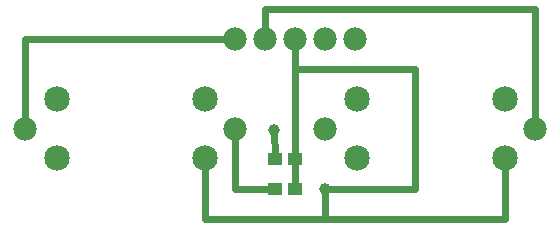
<source format=gtl>
G04 MADE WITH FRITZING*
G04 WWW.FRITZING.ORG*
G04 DOUBLE SIDED*
G04 HOLES PLATED*
G04 CONTOUR ON CENTER OF CONTOUR VECTOR*
%ASAXBY*%
%FSLAX23Y23*%
%MOIN*%
%OFA0B0*%
%SFA1.0B1.0*%
%ADD10C,0.085000*%
%ADD11C,0.039370*%
%ADD12C,0.078000*%
%ADD13R,0.047244X0.043307*%
%ADD14C,0.024000*%
%LNCOPPER1*%
G90*
G70*
G54D10*
X1211Y448D03*
X1211Y251D03*
X1704Y251D03*
X1704Y448D03*
X1211Y448D03*
X1211Y251D03*
X1704Y251D03*
X1704Y448D03*
X211Y448D03*
X211Y251D03*
X703Y251D03*
X703Y448D03*
X211Y448D03*
X211Y251D03*
X703Y251D03*
X703Y448D03*
G54D11*
X934Y344D03*
X1103Y148D03*
G54D12*
X803Y648D03*
X903Y648D03*
X1003Y648D03*
X1103Y648D03*
X1203Y648D03*
X803Y348D03*
X103Y348D03*
X1103Y348D03*
X1803Y348D03*
G54D13*
X937Y148D03*
X1003Y148D03*
X937Y248D03*
X1003Y248D03*
G54D14*
X803Y148D02*
X803Y329D01*
D02*
X1803Y748D02*
X903Y748D01*
D02*
X903Y748D02*
X903Y667D01*
D02*
X103Y648D02*
X784Y648D01*
D02*
X918Y148D02*
X803Y148D01*
D02*
X1803Y367D02*
X1803Y748D01*
D02*
X103Y367D02*
X103Y648D01*
D02*
X1003Y548D02*
X1003Y629D01*
D02*
X1103Y48D02*
X703Y48D01*
D02*
X703Y48D02*
X703Y227D01*
D02*
X1103Y48D02*
X1703Y48D01*
D02*
X1703Y48D02*
X1703Y227D01*
D02*
X1103Y140D02*
X1103Y48D01*
D02*
X1003Y164D02*
X1003Y231D01*
D02*
X934Y337D02*
X936Y264D01*
D02*
X1003Y264D02*
X1003Y548D01*
D02*
X1403Y148D02*
X1111Y148D01*
D02*
X1403Y548D02*
X1403Y148D01*
D02*
X1003Y548D02*
X1403Y548D01*
G04 End of Copper1*
M02*
</source>
